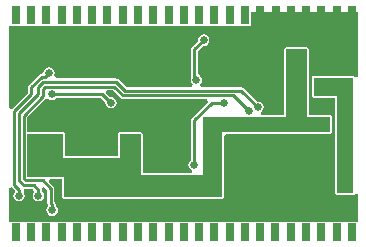
<source format=gbl>
G04*
G04 #@! TF.GenerationSoftware,Altium Limited,Altium Designer,20.0.2 (26)*
G04*
G04 Layer_Physical_Order=2*
G04 Layer_Color=16711680*
%FSLAX25Y25*%
%MOIN*%
G70*
G01*
G75*
%ADD15C,0.01000*%
%ADD64C,0.01181*%
%ADD66C,0.02559*%
%ADD67R,0.03150X0.05906*%
G36*
X115999Y74450D02*
Y53041D01*
X114999Y52842D01*
X114909Y53059D01*
X114450Y53249D01*
X114450Y53250D01*
X114368Y53249D01*
X109171Y53249D01*
X109050Y53299D01*
X101300D01*
X100841Y53109D01*
X100651Y52650D01*
Y46821D01*
X100601Y46700D01*
X100791Y46241D01*
X100841Y46191D01*
X101300Y46001D01*
X108450D01*
X108450Y14323D01*
X108545Y14095D01*
X108637Y13867D01*
X108640Y13866D01*
X108641Y13863D01*
X108868Y13769D01*
X109095Y13673D01*
X114445Y13633D01*
X114445Y13633D01*
X114447Y13634D01*
X114450Y13633D01*
X114681Y13729D01*
X114906Y13820D01*
X114907Y13823D01*
X114909Y13824D01*
X115003Y14051D01*
X115999Y13838D01*
Y4734D01*
X111865D01*
Y4734D01*
X111121D01*
Y4734D01*
X106771D01*
Y4734D01*
X106026D01*
Y4734D01*
X101677D01*
Y4734D01*
X100932D01*
Y4734D01*
X96582D01*
Y4734D01*
X95837D01*
Y4734D01*
X91487D01*
Y4734D01*
X90742D01*
Y4734D01*
X86393D01*
Y4734D01*
X85648D01*
Y4734D01*
X81298D01*
Y4734D01*
X80553D01*
Y4734D01*
X76204D01*
Y4734D01*
X75459D01*
Y4734D01*
X71109D01*
Y4734D01*
X70364D01*
Y4734D01*
X66015D01*
Y4734D01*
X65270D01*
Y4734D01*
X60920D01*
Y4734D01*
X60175D01*
Y4734D01*
X55825D01*
Y4734D01*
X55080D01*
Y4734D01*
X50731D01*
Y4734D01*
X49986D01*
Y4734D01*
X45636D01*
Y4734D01*
X44891D01*
Y4734D01*
X40542D01*
Y4734D01*
X39798D01*
Y4734D01*
X35448D01*
Y4734D01*
X34704D01*
Y4734D01*
X30355D01*
Y4734D01*
X29611D01*
Y4734D01*
X25261D01*
Y4734D01*
X24517D01*
Y4734D01*
X20168D01*
Y4734D01*
X19424D01*
Y4734D01*
X15074D01*
Y4734D01*
X14330D01*
Y4734D01*
X9981D01*
Y4734D01*
X9237D01*
Y4734D01*
X4887D01*
Y4734D01*
X4143D01*
Y4734D01*
X-206D01*
X-350Y5674D01*
Y15883D01*
X650Y16186D01*
X657Y16176D01*
X1779Y15054D01*
X1745Y14705D01*
X1330Y14083D01*
X1184Y13350D01*
X1330Y12617D01*
X1745Y11995D01*
X2367Y11580D01*
X3100Y11434D01*
X3833Y11580D01*
X4455Y11995D01*
X4871Y12617D01*
X5016Y13350D01*
X4871Y14083D01*
X4582Y14515D01*
X4760Y15333D01*
X4896Y15613D01*
X5160Y15728D01*
X7635D01*
X7752Y15611D01*
X8196Y14705D01*
X7781Y14083D01*
X7635Y13350D01*
X7781Y12617D01*
X8196Y11995D01*
X8818Y11580D01*
X9551Y11434D01*
X10284Y11580D01*
X10906Y11995D01*
X11322Y12617D01*
X11468Y13350D01*
X11322Y14083D01*
X10906Y14705D01*
X10691Y14849D01*
Y15380D01*
X10691Y15380D01*
X10606Y15810D01*
X11406Y16412D01*
X12530Y15288D01*
Y10915D01*
X12530Y10915D01*
X12615Y10486D01*
X12858Y10122D01*
X12834Y9881D01*
X12795Y9855D01*
X12380Y9233D01*
X12234Y8500D01*
X12380Y7767D01*
X12795Y7145D01*
X13417Y6729D01*
X14150Y6584D01*
X14883Y6729D01*
X15505Y7145D01*
X15921Y7767D01*
X16066Y8500D01*
X15921Y9233D01*
X15505Y9855D01*
X15271Y10011D01*
Y10416D01*
X15186Y10846D01*
X14943Y11209D01*
X14943Y11209D01*
X14773Y11380D01*
Y15753D01*
X14773Y15753D01*
X14687Y16182D01*
X14444Y16546D01*
X14444Y16546D01*
X13013Y17977D01*
X13396Y18901D01*
X17551D01*
X17550Y13082D01*
X17550Y13000D01*
X17551Y13000D01*
X17741Y12541D01*
X18200Y12351D01*
X18200Y12350D01*
X18282Y12351D01*
X70850Y12350D01*
X71309Y12541D01*
X71499Y13000D01*
X71499Y33117D01*
X72499Y33951D01*
X106800Y33950D01*
X107259Y34141D01*
X107449Y34600D01*
X107449Y39468D01*
X107449Y39550D01*
X107449Y39550D01*
X107259Y40009D01*
X106800Y40199D01*
X106800Y40200D01*
X106719Y40199D01*
X99649D01*
Y62300D01*
X99459Y62759D01*
X99000Y62949D01*
X92150D01*
X91691Y62759D01*
X91501Y62300D01*
Y40199D01*
X83779D01*
X83727Y40332D01*
X83613Y41199D01*
X84055Y41495D01*
X84470Y42117D01*
X84616Y42850D01*
X84470Y43583D01*
X84055Y44205D01*
X83433Y44620D01*
X82700Y44766D01*
X82424Y44712D01*
X77964Y49173D01*
X77600Y49416D01*
X77170Y49501D01*
X77170Y49501D01*
X63643D01*
X63340Y50501D01*
X63555Y50645D01*
X63971Y51267D01*
X64116Y52000D01*
X63971Y52733D01*
X63555Y53355D01*
X62933Y53771D01*
X62672Y53823D01*
Y61685D01*
X64324Y63338D01*
X64600Y63284D01*
X65333Y63429D01*
X65955Y63845D01*
X66370Y64467D01*
X66516Y65200D01*
X66370Y65933D01*
X65955Y66555D01*
X65333Y66970D01*
X64600Y67116D01*
X63867Y66970D01*
X63245Y66555D01*
X62830Y65933D01*
X62684Y65200D01*
X62738Y64925D01*
X60757Y62943D01*
X60514Y62579D01*
X60428Y62150D01*
X60428Y62150D01*
Y52728D01*
X60284Y52000D01*
X60430Y51267D01*
X60845Y50645D01*
X61060Y50501D01*
X60757Y49501D01*
X38898D01*
X36256Y52143D01*
X35892Y52386D01*
X35463Y52472D01*
X35463Y52472D01*
X15292D01*
X14757Y53472D01*
X14820Y53567D01*
X14966Y54300D01*
X14820Y55033D01*
X14405Y55655D01*
X13783Y56071D01*
X13050Y56216D01*
X12317Y56071D01*
X11695Y55655D01*
X11280Y55033D01*
X11223Y54749D01*
X10575Y54072D01*
X10145Y53986D01*
X9781Y53743D01*
X6436Y50398D01*
X6193Y50034D01*
X6108Y49605D01*
X6108Y49605D01*
Y47707D01*
X657Y42256D01*
X650Y42246D01*
X-350Y42549D01*
Y69129D01*
X-206Y70069D01*
X4143D01*
Y70069D01*
X4888D01*
Y70069D01*
X9238D01*
Y70069D01*
X9983D01*
Y70069D01*
X14332D01*
Y70069D01*
X15077D01*
Y70069D01*
X19427D01*
Y70069D01*
X20172D01*
Y70069D01*
X24521D01*
Y70069D01*
X25266D01*
Y70069D01*
X29616D01*
Y70069D01*
X30361D01*
Y70069D01*
X34710D01*
Y70069D01*
X35456D01*
Y70069D01*
X39805D01*
Y70069D01*
X40550D01*
Y70069D01*
X44900D01*
Y70069D01*
X45645D01*
Y70069D01*
X49994D01*
Y70069D01*
X50739D01*
Y70069D01*
X55089D01*
Y70069D01*
X55834D01*
Y70069D01*
X60183D01*
Y70069D01*
X60928D01*
Y70069D01*
X65278D01*
Y70069D01*
X66023D01*
Y70069D01*
X70372D01*
Y70069D01*
X71118D01*
Y70069D01*
X75467D01*
Y70069D01*
X76211D01*
Y70069D01*
X80561D01*
Y74450D01*
X115999D01*
D02*
G37*
G36*
X36977Y45987D02*
X36977Y45987D01*
X37341Y45743D01*
X37771Y45658D01*
X37771Y45658D01*
X65608D01*
X66022Y44658D01*
X60657Y39293D01*
X60414Y38929D01*
X60328Y38500D01*
X60328Y38500D01*
Y25211D01*
X60095Y25055D01*
X59680Y24433D01*
X59534Y23700D01*
X59680Y22967D01*
X60095Y22345D01*
X60717Y21929D01*
X60868Y21899D01*
X60769Y20899D01*
X44349D01*
Y33950D01*
X44159Y34409D01*
X43700Y34599D01*
X36600D01*
X36141Y34409D01*
X35950Y33950D01*
Y26699D01*
X18549Y26700D01*
X18549Y33950D01*
X18359Y34409D01*
X17900Y34600D01*
X5771Y34600D01*
Y39635D01*
X11658Y45522D01*
X12318Y45738D01*
X13010Y45601D01*
X13267Y45430D01*
X14000Y45284D01*
X14733Y45430D01*
X15355Y45845D01*
X15511Y46078D01*
X30385D01*
X31838Y44625D01*
X31784Y44350D01*
X31929Y43617D01*
X32345Y42995D01*
X32967Y42579D01*
X33700Y42434D01*
X34433Y42579D01*
X35055Y42995D01*
X35471Y43617D01*
X35616Y44350D01*
X35471Y45083D01*
X35055Y45705D01*
X34433Y46121D01*
X33700Y46266D01*
X33424Y46212D01*
X32008Y47628D01*
X32422Y48628D01*
X34335D01*
X36977Y45987D01*
D02*
G37*
G36*
X99000Y39550D02*
X106800D01*
X106800Y34600D01*
X71900Y34600D01*
X70850Y34600D01*
X70850Y13000D01*
X18200Y13000D01*
X18200Y19550D01*
X5750Y19550D01*
X5750Y33950D01*
X17900Y33950D01*
X17900Y26050D01*
X36600Y26050D01*
Y33950D01*
X43700D01*
Y20250D01*
X64500D01*
X64500Y39550D01*
X71700Y39550D01*
X71800D01*
Y39550D01*
X72190D01*
X72700Y39550D01*
Y39550D01*
X92150Y39550D01*
Y62300D01*
X99000D01*
Y39550D01*
D02*
G37*
G36*
X109100Y52600D02*
X114450Y52600D01*
Y14283D01*
X109100Y14323D01*
X109100Y46650D01*
X101300D01*
X101250Y46700D01*
X101300Y46750D01*
Y52650D01*
X109050D01*
X109100Y52600D01*
D02*
G37*
D15*
X9570Y13844D02*
Y15380D01*
X3100Y13850D02*
Y15319D01*
X1450Y16969D02*
X3100Y15319D01*
X1450Y16969D02*
Y41463D01*
X3050Y18432D02*
X4632Y16850D01*
X3050Y18432D02*
Y40800D01*
X4632Y16850D02*
X8100D01*
X4650Y19094D02*
Y40100D01*
Y19094D02*
X5294Y18450D01*
X10954D01*
X7230Y49605D02*
X10575Y52950D01*
X7230Y47242D02*
Y49605D01*
X10575Y52950D02*
X11685D01*
X1450Y41463D02*
X7230Y47242D01*
X13035Y54300D02*
X13050D01*
X11685Y52950D02*
X13035Y54300D01*
X9554Y49667D02*
X11237Y51350D01*
X9554Y47304D02*
Y49667D01*
X3050Y40800D02*
X9554Y47304D01*
X11154Y49004D02*
X11900Y49750D01*
X11154Y46604D02*
Y49004D01*
X4650Y40100D02*
X11154Y46604D01*
X30850Y47200D02*
X33700Y44350D01*
X14000Y47200D02*
X30850D01*
X8100Y16850D02*
X9570Y15380D01*
X10954Y18450D02*
X13651Y15753D01*
Y10915D02*
Y15753D01*
X14150Y8500D02*
Y10416D01*
X13651Y10915D02*
X14150Y10416D01*
X11237Y51350D02*
X35463D01*
X11900Y49750D02*
X34800D01*
X67350Y44400D02*
X71300D01*
X61450Y38500D02*
X67350Y44400D01*
X61450Y23700D02*
Y38500D01*
X35463Y51350D02*
X38433Y48379D01*
X77170D01*
X37771Y46780D02*
X74270D01*
X34800Y49750D02*
X37771Y46780D01*
X77170Y48379D02*
X82700Y42850D01*
X74270Y46780D02*
X79600Y41450D01*
X14150Y8500D02*
X14200Y8550D01*
X61550Y62150D02*
X64600Y65200D01*
X61550Y52650D02*
Y62150D01*
Y52650D02*
X62200Y52000D01*
D64*
X49509Y42683D02*
D03*
X45768D02*
D03*
X42028D02*
D03*
X15528Y42333D02*
D03*
X19268D02*
D03*
X23009D02*
D03*
D66*
X3100Y13350D02*
D03*
X13050Y54300D02*
D03*
X14000Y47200D02*
D03*
X9551Y13350D02*
D03*
X30000Y14600D02*
D03*
Y17550D02*
D03*
X26875Y14600D02*
D03*
Y17550D02*
D03*
X23750Y14600D02*
D03*
Y17550D02*
D03*
X104650Y30450D02*
D03*
X61450Y23700D02*
D03*
X4850Y48600D02*
D03*
Y52300D02*
D03*
Y59700D02*
D03*
X73400Y30450D02*
D03*
X73100Y38200D02*
D03*
X97350Y54050D02*
D03*
X95100Y56300D02*
D03*
X97350Y58500D02*
D03*
X103200Y49750D02*
D03*
X106277D02*
D03*
X112431D02*
D03*
X109354D02*
D03*
X111831Y18857D02*
D03*
Y15779D02*
D03*
Y21934D02*
D03*
Y25011D02*
D03*
X82700Y42850D02*
D03*
X79600Y41450D02*
D03*
X95100Y60750D02*
D03*
X104450Y37000D02*
D03*
X14150Y8500D02*
D03*
X101300Y30450D02*
D03*
X67480Y56450D02*
D03*
X64250D02*
D03*
X73940D02*
D03*
X70710D02*
D03*
X80400D02*
D03*
X77170D02*
D03*
X71300Y44400D02*
D03*
X62200Y52000D02*
D03*
X64600Y65200D02*
D03*
X49300Y22350D02*
D03*
X49200Y25450D02*
D03*
X41400Y22300D02*
D03*
Y25450D02*
D03*
Y32250D02*
D03*
Y29100D02*
D03*
X49200Y32250D02*
D03*
X49300Y29150D02*
D03*
X22800Y28800D02*
D03*
X22700Y31900D02*
D03*
X10550Y38150D02*
D03*
X7200Y38200D02*
D03*
X4850Y63400D02*
D03*
Y56000D02*
D03*
Y67100D02*
D03*
X15800Y28750D02*
D03*
Y31900D02*
D03*
X10700Y31000D02*
D03*
X7350D02*
D03*
X33700Y44350D02*
D03*
X76500Y30450D02*
D03*
X76150Y38200D02*
D03*
X79600Y37000D02*
D03*
X82950D02*
D03*
X101200D02*
D03*
X97750Y30450D02*
D03*
X86050D02*
D03*
X79850D02*
D03*
D67*
X1969Y1181D02*
D03*
X7062D02*
D03*
X37623D02*
D03*
X32530D02*
D03*
X27436D02*
D03*
X22343D02*
D03*
X17249D02*
D03*
X12156D02*
D03*
X42717D02*
D03*
X47811D02*
D03*
X52906D02*
D03*
X83473D02*
D03*
X78378D02*
D03*
X73284D02*
D03*
X68189D02*
D03*
X63095D02*
D03*
X58000D02*
D03*
X88568D02*
D03*
X103851D02*
D03*
X93662D02*
D03*
X98757D02*
D03*
X108946D02*
D03*
X114040D02*
D03*
Y73622D02*
D03*
X108947D02*
D03*
X78386D02*
D03*
X83479D02*
D03*
X88573D02*
D03*
X93666D02*
D03*
X98760D02*
D03*
X103853D02*
D03*
X73292D02*
D03*
X68198D02*
D03*
X63103D02*
D03*
X32536D02*
D03*
X37630D02*
D03*
X42725D02*
D03*
X47820D02*
D03*
X52914D02*
D03*
X58009D02*
D03*
X27441D02*
D03*
X12157D02*
D03*
X22347D02*
D03*
X17252D02*
D03*
X7063D02*
D03*
X1969D02*
D03*
M02*

</source>
